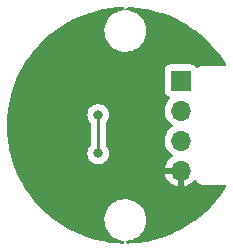
<source format=gbr>
%TF.GenerationSoftware,KiCad,Pcbnew,(6.0.0)*%
%TF.CreationDate,2022-03-17T14:11:52-06:00*%
%TF.ProjectId,sensor-exp,73656e73-6f72-42d6-9578-702e6b696361,rev?*%
%TF.SameCoordinates,Original*%
%TF.FileFunction,Copper,L2,Bot*%
%TF.FilePolarity,Positive*%
%FSLAX46Y46*%
G04 Gerber Fmt 4.6, Leading zero omitted, Abs format (unit mm)*
G04 Created by KiCad (PCBNEW (6.0.0)) date 2022-03-17 14:11:52*
%MOMM*%
%LPD*%
G01*
G04 APERTURE LIST*
%TA.AperFunction,ComponentPad*%
%ADD10R,1.700000X1.700000*%
%TD*%
%TA.AperFunction,ComponentPad*%
%ADD11O,1.700000X1.700000*%
%TD*%
%TA.AperFunction,ViaPad*%
%ADD12C,0.800000*%
%TD*%
%TA.AperFunction,Conductor*%
%ADD13C,0.250000*%
%TD*%
G04 APERTURE END LIST*
D10*
%TO.P,J2,1,Pin_1*%
%TO.N,+3V3*%
X145200000Y-82200000D03*
D11*
%TO.P,J2,2,Pin_2*%
%TO.N,/SDA*%
X145200000Y-84740000D03*
%TO.P,J2,3,Pin_3*%
%TO.N,/SCL*%
X145200000Y-87280000D03*
%TO.P,J2,4,Pin_4*%
%TO.N,GND*%
X145200000Y-89820000D03*
%TD*%
D12*
%TO.N,Net-(C6-Pad1)*%
X138200000Y-85100000D03*
X138200000Y-88375500D03*
%TO.N,GND*%
X141850000Y-85500000D03*
X136150000Y-82000000D03*
X134600000Y-85550000D03*
%TD*%
D13*
%TO.N,Net-(C6-Pad1)*%
X138200000Y-88375500D02*
X138200000Y-85100000D01*
%TD*%
%TA.AperFunction,Conductor*%
%TO.N,GND*%
G36*
X140377149Y-76015889D02*
G01*
X140425375Y-76067992D01*
X140437776Y-76137897D01*
X140410415Y-76203410D01*
X140351979Y-76243730D01*
X140329529Y-76248911D01*
X140323695Y-76249705D01*
X140133466Y-76275594D01*
X139882609Y-76348712D01*
X139878374Y-76350664D01*
X139878367Y-76350667D01*
X139672363Y-76445638D01*
X139645315Y-76458107D01*
X139641406Y-76460670D01*
X139430709Y-76598808D01*
X139430704Y-76598812D01*
X139426796Y-76601374D01*
X139231854Y-76775366D01*
X139064771Y-76976261D01*
X138929218Y-77199647D01*
X138927409Y-77203961D01*
X138927408Y-77203963D01*
X138838789Y-77415296D01*
X138828172Y-77440614D01*
X138827021Y-77445146D01*
X138827020Y-77445149D01*
X138817009Y-77484569D01*
X138763853Y-77693870D01*
X138737674Y-77953852D01*
X138739393Y-77989640D01*
X138750211Y-78214847D01*
X138801187Y-78471123D01*
X138802766Y-78475521D01*
X138802768Y-78475528D01*
X138850051Y-78607222D01*
X138889483Y-78717048D01*
X139013160Y-78947222D01*
X139015955Y-78950965D01*
X139015957Y-78950968D01*
X139165631Y-79151405D01*
X139169500Y-79156586D01*
X139172807Y-79159864D01*
X139172812Y-79159870D01*
X139351753Y-79337255D01*
X139355069Y-79340542D01*
X139565789Y-79495049D01*
X139569924Y-79497225D01*
X139569928Y-79497227D01*
X139691665Y-79561276D01*
X139797033Y-79616713D01*
X140043720Y-79702860D01*
X140048313Y-79703732D01*
X140295842Y-79750727D01*
X140295845Y-79750727D01*
X140300431Y-79751598D01*
X140424457Y-79756471D01*
X140556857Y-79761673D01*
X140556862Y-79761673D01*
X140561525Y-79761856D01*
X140663145Y-79750727D01*
X140816615Y-79733920D01*
X140816621Y-79733919D01*
X140821268Y-79733410D01*
X140825792Y-79732219D01*
X141069431Y-79668074D01*
X141069433Y-79668073D01*
X141073954Y-79666883D01*
X141078251Y-79665037D01*
X141309736Y-79565583D01*
X141309738Y-79565582D01*
X141314030Y-79563738D01*
X141536224Y-79426240D01*
X141551768Y-79413081D01*
X141732087Y-79260431D01*
X141732089Y-79260429D01*
X141735654Y-79257411D01*
X141907938Y-79060958D01*
X141981096Y-78947222D01*
X142046765Y-78845127D01*
X142049293Y-78841197D01*
X142156612Y-78602958D01*
X142157882Y-78598455D01*
X142226269Y-78355976D01*
X142226270Y-78355973D01*
X142227539Y-78351472D01*
X142260514Y-78092265D01*
X142262930Y-78000000D01*
X142250714Y-77835611D01*
X142243912Y-77744074D01*
X142243911Y-77744070D01*
X142243566Y-77739422D01*
X142232232Y-77689331D01*
X142186929Y-77489126D01*
X142185898Y-77484569D01*
X142161462Y-77421731D01*
X142092888Y-77245392D01*
X142092887Y-77245389D01*
X142091195Y-77241039D01*
X142067538Y-77199647D01*
X141963854Y-77018240D01*
X141961535Y-77014182D01*
X141799768Y-76808982D01*
X141609448Y-76629946D01*
X141564563Y-76598808D01*
X141398597Y-76483673D01*
X141398594Y-76483671D01*
X141394755Y-76481008D01*
X141390565Y-76478942D01*
X141390562Y-76478940D01*
X141164593Y-76367505D01*
X141164590Y-76367504D01*
X141160405Y-76365440D01*
X140911548Y-76285780D01*
X140906941Y-76285030D01*
X140906938Y-76285029D01*
X140690042Y-76249705D01*
X140626023Y-76219013D01*
X140588759Y-76158581D01*
X140590083Y-76087597D01*
X140629573Y-76028597D01*
X140694693Y-76000313D01*
X140714075Y-75999400D01*
X141105957Y-76011160D01*
X141113835Y-76011645D01*
X141407100Y-76038931D01*
X141731393Y-76069105D01*
X141739241Y-76070084D01*
X142012643Y-76112959D01*
X142351994Y-76166176D01*
X142359747Y-76167642D01*
X142965267Y-76301988D01*
X142972922Y-76303941D01*
X143185905Y-76365440D01*
X143568794Y-76476000D01*
X143576319Y-76478431D01*
X144160232Y-76687537D01*
X144167590Y-76690436D01*
X144532774Y-76847708D01*
X144737231Y-76935761D01*
X144744392Y-76939115D01*
X145297524Y-77219695D01*
X145304461Y-77223492D01*
X145838896Y-77538216D01*
X145845582Y-77542441D01*
X146359238Y-77890086D01*
X146365645Y-77894723D01*
X146856444Y-78273880D01*
X146862548Y-78278909D01*
X147328627Y-78688139D01*
X147334403Y-78693540D01*
X147557000Y-78915212D01*
X147773889Y-79131200D01*
X147779295Y-79136934D01*
X147794586Y-79154203D01*
X148190461Y-79601306D01*
X148195515Y-79607389D01*
X148576717Y-80096614D01*
X148581380Y-80103001D01*
X148931155Y-80615199D01*
X148935407Y-80621867D01*
X149042267Y-80801611D01*
X149059886Y-80870387D01*
X149037524Y-80937770D01*
X148982282Y-80982367D01*
X148933962Y-80992000D01*
X147008702Y-80992000D01*
X147007932Y-80991998D01*
X147007078Y-80991993D01*
X146930348Y-80991524D01*
X146921719Y-80993990D01*
X146921714Y-80993991D01*
X146901952Y-80999639D01*
X146885191Y-81003217D01*
X146864848Y-81006130D01*
X146864838Y-81006133D01*
X146855955Y-81007405D01*
X146832605Y-81018021D01*
X146815093Y-81024464D01*
X146802200Y-81028149D01*
X146790435Y-81031512D01*
X146765452Y-81047274D01*
X146750386Y-81055404D01*
X146723490Y-81067633D01*
X146704061Y-81084374D01*
X146689053Y-81095479D01*
X146667369Y-81109160D01*
X146667133Y-81109427D01*
X146606255Y-81136578D01*
X146536074Y-81125850D01*
X146488606Y-81087271D01*
X146418643Y-80993920D01*
X146418642Y-80993919D01*
X146413261Y-80986739D01*
X146296705Y-80899385D01*
X146160316Y-80848255D01*
X146098134Y-80841500D01*
X144301866Y-80841500D01*
X144239684Y-80848255D01*
X144103295Y-80899385D01*
X143986739Y-80986739D01*
X143899385Y-81103295D01*
X143848255Y-81239684D01*
X143841500Y-81301866D01*
X143841500Y-83098134D01*
X143848255Y-83160316D01*
X143899385Y-83296705D01*
X143986739Y-83413261D01*
X144103295Y-83500615D01*
X144111704Y-83503767D01*
X144111705Y-83503768D01*
X144220451Y-83544535D01*
X144277216Y-83587176D01*
X144301916Y-83653738D01*
X144286709Y-83723087D01*
X144267316Y-83749568D01*
X144140629Y-83882138D01*
X144137715Y-83886410D01*
X144137714Y-83886411D01*
X144122798Y-83908277D01*
X144014743Y-84066680D01*
X143967715Y-84167993D01*
X143937127Y-84233891D01*
X143920688Y-84269305D01*
X143860989Y-84484570D01*
X143837251Y-84706695D01*
X143837548Y-84711848D01*
X143837548Y-84711851D01*
X143839791Y-84750748D01*
X143850110Y-84929715D01*
X143851247Y-84934761D01*
X143851248Y-84934767D01*
X143870427Y-85019869D01*
X143899222Y-85147639D01*
X143983266Y-85354616D01*
X144099987Y-85545088D01*
X144246250Y-85713938D01*
X144418126Y-85856632D01*
X144488595Y-85897811D01*
X144491445Y-85899476D01*
X144540169Y-85951114D01*
X144553240Y-86020897D01*
X144526509Y-86086669D01*
X144486055Y-86120027D01*
X144473607Y-86126507D01*
X144469474Y-86129610D01*
X144469471Y-86129612D01*
X144445247Y-86147800D01*
X144294965Y-86260635D01*
X144140629Y-86422138D01*
X144014743Y-86606680D01*
X143920688Y-86809305D01*
X143860989Y-87024570D01*
X143837251Y-87246695D01*
X143850110Y-87469715D01*
X143851247Y-87474761D01*
X143851248Y-87474767D01*
X143875304Y-87581508D01*
X143899222Y-87687639D01*
X143983266Y-87894616D01*
X144099987Y-88085088D01*
X144246250Y-88253938D01*
X144418126Y-88396632D01*
X144491955Y-88439774D01*
X144540679Y-88491412D01*
X144553750Y-88561195D01*
X144527019Y-88626967D01*
X144486562Y-88660327D01*
X144478457Y-88664546D01*
X144469738Y-88670036D01*
X144299433Y-88797905D01*
X144291726Y-88804748D01*
X144144590Y-88958717D01*
X144138104Y-88966727D01*
X144018098Y-89142649D01*
X144013000Y-89151623D01*
X143923338Y-89344783D01*
X143919775Y-89354470D01*
X143864389Y-89554183D01*
X143865912Y-89562607D01*
X143878292Y-89566000D01*
X145328000Y-89566000D01*
X145396121Y-89586002D01*
X145442614Y-89639658D01*
X145454000Y-89692000D01*
X145454000Y-91138517D01*
X145458064Y-91152359D01*
X145471478Y-91154393D01*
X145478184Y-91153534D01*
X145488262Y-91151392D01*
X145692255Y-91090191D01*
X145701842Y-91086433D01*
X145893095Y-90992739D01*
X145901945Y-90987464D01*
X146075328Y-90863792D01*
X146083200Y-90857139D01*
X146234052Y-90706812D01*
X146240723Y-90698972D01*
X146292385Y-90627077D01*
X146348380Y-90583429D01*
X146419083Y-90576983D01*
X146482048Y-90609786D01*
X146509406Y-90648446D01*
X146518022Y-90667396D01*
X146524464Y-90684907D01*
X146531512Y-90709565D01*
X146536298Y-90717150D01*
X146536298Y-90717151D01*
X146537860Y-90719627D01*
X146547274Y-90734548D01*
X146555404Y-90749614D01*
X146567633Y-90776510D01*
X146584374Y-90795939D01*
X146595479Y-90810947D01*
X146609160Y-90832631D01*
X146615888Y-90838573D01*
X146631296Y-90852181D01*
X146643340Y-90864373D01*
X146662619Y-90886747D01*
X146670147Y-90891626D01*
X146670150Y-90891629D01*
X146684139Y-90900696D01*
X146699013Y-90911986D01*
X146718228Y-90928956D01*
X146726354Y-90932771D01*
X146726355Y-90932772D01*
X146726662Y-90932916D01*
X146744966Y-90941510D01*
X146759935Y-90949824D01*
X146784727Y-90965893D01*
X146793327Y-90968465D01*
X146809290Y-90973239D01*
X146826736Y-90979901D01*
X146849948Y-90990799D01*
X146879130Y-90995343D01*
X146895849Y-90999126D01*
X146915536Y-91005014D01*
X146915539Y-91005015D01*
X146924141Y-91007587D01*
X146933116Y-91007642D01*
X146933117Y-91007642D01*
X146939810Y-91007683D01*
X146958556Y-91007797D01*
X146959328Y-91007830D01*
X146960423Y-91008000D01*
X146991298Y-91008000D01*
X146992068Y-91008002D01*
X147065716Y-91008452D01*
X147065717Y-91008452D01*
X147069652Y-91008476D01*
X147070996Y-91008092D01*
X147072341Y-91008000D01*
X148933962Y-91008000D01*
X149002083Y-91028002D01*
X149048576Y-91081658D01*
X149058680Y-91151932D01*
X149042267Y-91198389D01*
X148935407Y-91378133D01*
X148931155Y-91384801D01*
X148581380Y-91896999D01*
X148576717Y-91903386D01*
X148195515Y-92392611D01*
X148190461Y-92398694D01*
X148115219Y-92483673D01*
X147779295Y-92863066D01*
X147773889Y-92868800D01*
X147557000Y-93084788D01*
X147334403Y-93306460D01*
X147328627Y-93311861D01*
X146862548Y-93721091D01*
X146856444Y-93726120D01*
X146365645Y-94105277D01*
X146359238Y-94109914D01*
X145845582Y-94457559D01*
X145838896Y-94461784D01*
X145304461Y-94776508D01*
X145297524Y-94780305D01*
X144744392Y-95060885D01*
X144737234Y-95064238D01*
X144296853Y-95253895D01*
X144167591Y-95309564D01*
X144160232Y-95312463D01*
X143576319Y-95521569D01*
X143568794Y-95524000D01*
X143431174Y-95563738D01*
X142993006Y-95690260D01*
X142972926Y-95696058D01*
X142965267Y-95698012D01*
X142359747Y-95832358D01*
X142351994Y-95833824D01*
X142012643Y-95887041D01*
X141739241Y-95929916D01*
X141731393Y-95930895D01*
X141407100Y-95961069D01*
X141113835Y-95988355D01*
X141105955Y-95988840D01*
X140954448Y-95993386D01*
X140684637Y-96001483D01*
X140615947Y-95983534D01*
X140567866Y-95931297D01*
X140555659Y-95861357D01*
X140583201Y-95795921D01*
X140641749Y-95755763D01*
X140667138Y-95750290D01*
X140736335Y-95742711D01*
X140816615Y-95733920D01*
X140816621Y-95733919D01*
X140821268Y-95733410D01*
X140825792Y-95732219D01*
X141069431Y-95668074D01*
X141069433Y-95668073D01*
X141073954Y-95666883D01*
X141078251Y-95665037D01*
X141309736Y-95565583D01*
X141309738Y-95565582D01*
X141314030Y-95563738D01*
X141536224Y-95426240D01*
X141551768Y-95413081D01*
X141732087Y-95260431D01*
X141732089Y-95260429D01*
X141735654Y-95257411D01*
X141907938Y-95060958D01*
X141914432Y-95050863D01*
X142046765Y-94845127D01*
X142049293Y-94841197D01*
X142156612Y-94602958D01*
X142157882Y-94598455D01*
X142226269Y-94355976D01*
X142226270Y-94355973D01*
X142227539Y-94351472D01*
X142260514Y-94092265D01*
X142260601Y-94088968D01*
X142262847Y-94003160D01*
X142262930Y-94000000D01*
X142259155Y-93949198D01*
X142243912Y-93744074D01*
X142243911Y-93744070D01*
X142243566Y-93739422D01*
X142239419Y-93721091D01*
X142186929Y-93489126D01*
X142185898Y-93484569D01*
X142161462Y-93421731D01*
X142092888Y-93245392D01*
X142092887Y-93245389D01*
X142091195Y-93241039D01*
X142067538Y-93199647D01*
X141963854Y-93018240D01*
X141961535Y-93014182D01*
X141799768Y-92808982D01*
X141609448Y-92629946D01*
X141394755Y-92481008D01*
X141390565Y-92478942D01*
X141390562Y-92478940D01*
X141164593Y-92367505D01*
X141164590Y-92367504D01*
X141160405Y-92365440D01*
X140911548Y-92285780D01*
X140906941Y-92285030D01*
X140906938Y-92285029D01*
X140658260Y-92244529D01*
X140658261Y-92244529D01*
X140653649Y-92243778D01*
X140526861Y-92242118D01*
X140397053Y-92240419D01*
X140397050Y-92240419D01*
X140392376Y-92240358D01*
X140133466Y-92275594D01*
X139882609Y-92348712D01*
X139878374Y-92350664D01*
X139878367Y-92350667D01*
X139750527Y-92409603D01*
X139645315Y-92458107D01*
X139641406Y-92460670D01*
X139430709Y-92598808D01*
X139430704Y-92598812D01*
X139426796Y-92601374D01*
X139231854Y-92775366D01*
X139064771Y-92976261D01*
X138929218Y-93199647D01*
X138927409Y-93203961D01*
X138927408Y-93203963D01*
X138833919Y-93426910D01*
X138828172Y-93440614D01*
X138827021Y-93445146D01*
X138827020Y-93445149D01*
X138817009Y-93484569D01*
X138763853Y-93693870D01*
X138737674Y-93953852D01*
X138739393Y-93989640D01*
X138750211Y-94214847D01*
X138751124Y-94219435D01*
X138798930Y-94459774D01*
X138801187Y-94471123D01*
X138802766Y-94475521D01*
X138802768Y-94475528D01*
X138850051Y-94607222D01*
X138889483Y-94717048D01*
X139013160Y-94947222D01*
X139015955Y-94950965D01*
X139015957Y-94950968D01*
X139166707Y-95152846D01*
X139169500Y-95156586D01*
X139172807Y-95159864D01*
X139172812Y-95159870D01*
X139316452Y-95302261D01*
X139355069Y-95340542D01*
X139358836Y-95343304D01*
X139358837Y-95343305D01*
X139562018Y-95492284D01*
X139565789Y-95495049D01*
X139569924Y-95497225D01*
X139569928Y-95497227D01*
X139691665Y-95561276D01*
X139797033Y-95616713D01*
X139990730Y-95684355D01*
X140004461Y-95689150D01*
X140043720Y-95702860D01*
X140048313Y-95703732D01*
X140296506Y-95750853D01*
X140359700Y-95783210D01*
X140395369Y-95844597D01*
X140392188Y-95915522D01*
X140351167Y-95973468D01*
X140285329Y-96000038D01*
X140268878Y-96000574D01*
X139858198Y-95987109D01*
X139850328Y-95986604D01*
X139232919Y-95927429D01*
X139225085Y-95926430D01*
X138612616Y-95828640D01*
X138604851Y-95827149D01*
X138556715Y-95816329D01*
X137999707Y-95691125D01*
X137992066Y-95689153D01*
X137396664Y-95515439D01*
X137389147Y-95512987D01*
X136805814Y-95302261D01*
X136798464Y-95299342D01*
X136229500Y-95052436D01*
X136222347Y-95049061D01*
X135815368Y-94841197D01*
X135670000Y-94766950D01*
X135663077Y-94763136D01*
X135645928Y-94752973D01*
X135129500Y-94446919D01*
X135122846Y-94442688D01*
X134610152Y-94093617D01*
X134603765Y-94088968D01*
X134356999Y-93897238D01*
X134114012Y-93708445D01*
X134107922Y-93703400D01*
X133642982Y-93292881D01*
X133637221Y-93287463D01*
X133198961Y-92848595D01*
X133193551Y-92842826D01*
X132783671Y-92377310D01*
X132778673Y-92371260D01*
X132398781Y-91880918D01*
X132394156Y-91874544D01*
X132045808Y-91361384D01*
X132041573Y-91354704D01*
X131726100Y-90820692D01*
X131722297Y-90813768D01*
X131706793Y-90783307D01*
X131458158Y-90294832D01*
X131440948Y-90261020D01*
X131437584Y-90253863D01*
X131365865Y-90087966D01*
X143868257Y-90087966D01*
X143898565Y-90222446D01*
X143901645Y-90232275D01*
X143981770Y-90429603D01*
X143986413Y-90438794D01*
X144097694Y-90620388D01*
X144103777Y-90628699D01*
X144243213Y-90789667D01*
X144250580Y-90796883D01*
X144414434Y-90932916D01*
X144422881Y-90938831D01*
X144606756Y-91046279D01*
X144616042Y-91050729D01*
X144815001Y-91126703D01*
X144824899Y-91129579D01*
X144928250Y-91150606D01*
X144942299Y-91149410D01*
X144946000Y-91139065D01*
X144946000Y-90092115D01*
X144941525Y-90076876D01*
X144940135Y-90075671D01*
X144932452Y-90074000D01*
X143883225Y-90074000D01*
X143869694Y-90077973D01*
X143868257Y-90087966D01*
X131365865Y-90087966D01*
X131191472Y-89684570D01*
X131188563Y-89677216D01*
X131005878Y-89169303D01*
X130978647Y-89093592D01*
X130976206Y-89086074D01*
X130945737Y-88981099D01*
X130803315Y-88490425D01*
X130801351Y-88482767D01*
X130777396Y-88375500D01*
X137286496Y-88375500D01*
X137287186Y-88382065D01*
X137304750Y-88549174D01*
X137306458Y-88565428D01*
X137365473Y-88747056D01*
X137460960Y-88912444D01*
X137465378Y-88917351D01*
X137465379Y-88917352D01*
X137522777Y-88981099D01*
X137588747Y-89054366D01*
X137743248Y-89166618D01*
X137749276Y-89169302D01*
X137749278Y-89169303D01*
X137911681Y-89241609D01*
X137917712Y-89244294D01*
X138011112Y-89264147D01*
X138098056Y-89282628D01*
X138098061Y-89282628D01*
X138104513Y-89284000D01*
X138295487Y-89284000D01*
X138301939Y-89282628D01*
X138301944Y-89282628D01*
X138388888Y-89264147D01*
X138482288Y-89244294D01*
X138488319Y-89241609D01*
X138650722Y-89169303D01*
X138650724Y-89169302D01*
X138656752Y-89166618D01*
X138811253Y-89054366D01*
X138877223Y-88981099D01*
X138934621Y-88917352D01*
X138934622Y-88917351D01*
X138939040Y-88912444D01*
X139034527Y-88747056D01*
X139093542Y-88565428D01*
X139095251Y-88549174D01*
X139112814Y-88382065D01*
X139113504Y-88375500D01*
X139101075Y-88257240D01*
X139094232Y-88192135D01*
X139094232Y-88192133D01*
X139093542Y-88185572D01*
X139034527Y-88003944D01*
X138939040Y-87838556D01*
X138865863Y-87757285D01*
X138835147Y-87693279D01*
X138833500Y-87672976D01*
X138833500Y-85802524D01*
X138853502Y-85734403D01*
X138865858Y-85718221D01*
X138939040Y-85636944D01*
X139034527Y-85471556D01*
X139093542Y-85289928D01*
X139113504Y-85100000D01*
X139095607Y-84929715D01*
X139094232Y-84916635D01*
X139094232Y-84916633D01*
X139093542Y-84910072D01*
X139034527Y-84728444D01*
X138939040Y-84563056D01*
X138811253Y-84421134D01*
X138656752Y-84308882D01*
X138650724Y-84306198D01*
X138650722Y-84306197D01*
X138488319Y-84233891D01*
X138488318Y-84233891D01*
X138482288Y-84231206D01*
X138388888Y-84211353D01*
X138301944Y-84192872D01*
X138301939Y-84192872D01*
X138295487Y-84191500D01*
X138104513Y-84191500D01*
X138098061Y-84192872D01*
X138098056Y-84192872D01*
X138011112Y-84211353D01*
X137917712Y-84231206D01*
X137911682Y-84233891D01*
X137911681Y-84233891D01*
X137749278Y-84306197D01*
X137749276Y-84306198D01*
X137743248Y-84308882D01*
X137588747Y-84421134D01*
X137460960Y-84563056D01*
X137365473Y-84728444D01*
X137306458Y-84910072D01*
X137305768Y-84916633D01*
X137305768Y-84916635D01*
X137304393Y-84929715D01*
X137286496Y-85100000D01*
X137306458Y-85289928D01*
X137365473Y-85471556D01*
X137460960Y-85636944D01*
X137534137Y-85718215D01*
X137564853Y-85782221D01*
X137566500Y-85802524D01*
X137566500Y-87672976D01*
X137546498Y-87741097D01*
X137534142Y-87757279D01*
X137460960Y-87838556D01*
X137365473Y-88003944D01*
X137306458Y-88185572D01*
X137305768Y-88192133D01*
X137305768Y-88192135D01*
X137298925Y-88257240D01*
X137286496Y-88375500D01*
X130777396Y-88375500D01*
X130666170Y-87877447D01*
X130664690Y-87869678D01*
X130567754Y-87257098D01*
X130566763Y-87249252D01*
X130508445Y-86631763D01*
X130507949Y-86623870D01*
X130488484Y-86003954D01*
X130488484Y-85996046D01*
X130494561Y-85802524D01*
X130499939Y-85631226D01*
X130507949Y-85376130D01*
X130508445Y-85368237D01*
X130566763Y-84750748D01*
X130567754Y-84742902D01*
X130664690Y-84130322D01*
X130666170Y-84122553D01*
X130709133Y-83930170D01*
X130801352Y-83517230D01*
X130803316Y-83509572D01*
X130833355Y-83406081D01*
X130976208Y-82913921D01*
X130978648Y-82906404D01*
X131188563Y-82322784D01*
X131191472Y-82315430D01*
X131437584Y-81746137D01*
X131440948Y-81738980D01*
X131688213Y-81253195D01*
X131722301Y-81186225D01*
X131726104Y-81179300D01*
X131735959Y-81162619D01*
X132041576Y-80645291D01*
X132045808Y-80638616D01*
X132394156Y-80125456D01*
X132398781Y-80119082D01*
X132778673Y-79628740D01*
X132783671Y-79622690D01*
X133193552Y-79157173D01*
X133198961Y-79151405D01*
X133637221Y-78712537D01*
X133642982Y-78707119D01*
X134107922Y-78296600D01*
X134114012Y-78291555D01*
X134290705Y-78154270D01*
X134603772Y-77911027D01*
X134610159Y-77906378D01*
X135122846Y-77557312D01*
X135129500Y-77553081D01*
X135663080Y-77236862D01*
X135670003Y-77233048D01*
X135692643Y-77221485D01*
X136098523Y-77014182D01*
X136222347Y-76950939D01*
X136229500Y-76947564D01*
X136798464Y-76700658D01*
X136805814Y-76697739D01*
X137389147Y-76487013D01*
X137396665Y-76484561D01*
X137487335Y-76458107D01*
X137992066Y-76310847D01*
X137999707Y-76308875D01*
X138604853Y-76172851D01*
X138612618Y-76171360D01*
X138635892Y-76167644D01*
X139225085Y-76073570D01*
X139232919Y-76072571D01*
X139850328Y-76013396D01*
X139858198Y-76012891D01*
X140308409Y-75998130D01*
X140377149Y-76015889D01*
G37*
%TD.AperFunction*%
%TD*%
M02*

</source>
